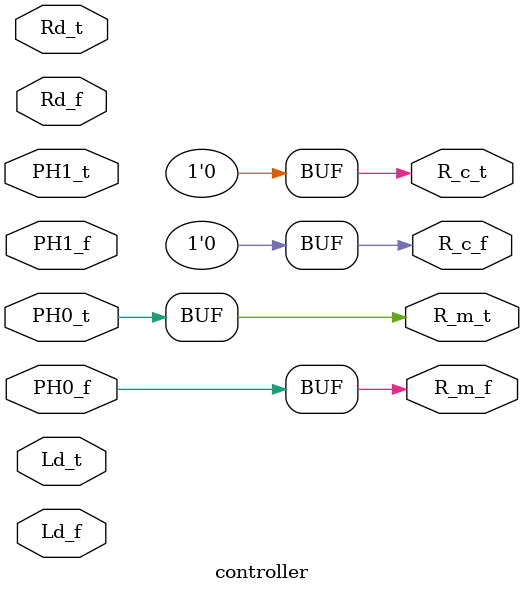
<source format=v>
module controller(
	input PH0_t, PH0_f, PH1_t, PH1_f, Rd_t, Rd_f, Ld_t, Ld_f, 
	output R_c_t, R_c_f, R_m_t, R_m_f);
	
	assign R_m_f=PH0_f;
	assign R_m_t=PH0_t;
	
	assign R_c_t=0;
	assign R_c_f=0;

	/*wire hysteresis;
	assign hysteresis = PH0_t | PH0_f | PH1_t | PH1_f | Rd_t | Rd_f | Ld_t | Ld_f;

	assign R_c_f= (Rd_f) | (PH1_f) | (PH0_t) | (hysteresis & R_c_f);
	assign R_c_t= (PH0_f & PH1_t & Rd_t) | (hysteresis & R_c_t);
	assign R_m_f= (PH0_f & PH1_f) | (PH0_f & Ld_f) | (hysteresis & R_m_f);
	assign R_m_t= (PH1_t & Ld_t) | (PH0_t) | (hysteresis & R_m_t);
*/
endmodule 

</source>
